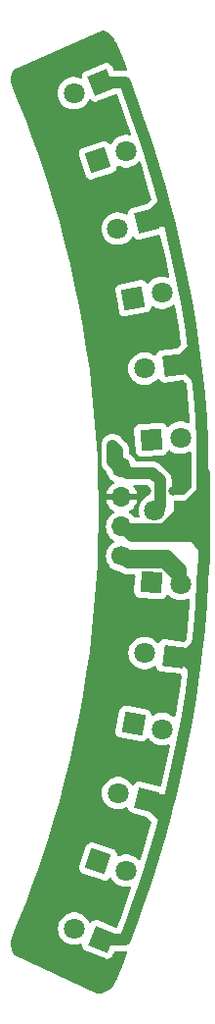
<source format=gbr>
%TF.GenerationSoftware,KiCad,Pcbnew,7.0.9*%
%TF.CreationDate,2024-06-22T15:47:22+09:00*%
%TF.ProjectId,Side_Line,53696465-5f4c-4696-9e65-2e6b69636164,rev?*%
%TF.SameCoordinates,Original*%
%TF.FileFunction,Copper,L1,Top*%
%TF.FilePolarity,Positive*%
%FSLAX46Y46*%
G04 Gerber Fmt 4.6, Leading zero omitted, Abs format (unit mm)*
G04 Created by KiCad (PCBNEW 7.0.9) date 2024-06-22 15:47:22*
%MOMM*%
%LPD*%
G01*
G04 APERTURE LIST*
G04 Aperture macros list*
%AMRotRect*
0 Rectangle, with rotation*
0 The origin of the aperture is its center*
0 $1 length*
0 $2 width*
0 $3 Rotation angle, in degrees counterclockwise*
0 Add horizontal line*
21,1,$1,$2,0,0,$3*%
G04 Aperture macros list end*
%TA.AperFunction,SMDPad,CuDef*%
%ADD10C,1.700000*%
%TD*%
%TA.AperFunction,SMDPad,CuDef*%
%ADD11O,1.700000X1.700000*%
%TD*%
%TA.AperFunction,ComponentPad*%
%ADD12RotRect,1.800000X1.800000X165.600000*%
%TD*%
%TA.AperFunction,ComponentPad*%
%ADD13C,1.800000*%
%TD*%
%TA.AperFunction,ComponentPad*%
%ADD14RotRect,1.800000X1.800000X172.800000*%
%TD*%
%TA.AperFunction,ComponentPad*%
%ADD15RotRect,1.800000X1.800000X10.800000*%
%TD*%
%TA.AperFunction,ComponentPad*%
%ADD16R,1.800000X1.800000*%
%TD*%
%TA.AperFunction,ComponentPad*%
%ADD17RotRect,1.800000X1.800000X201.600000*%
%TD*%
%TA.AperFunction,ComponentPad*%
%ADD18RotRect,1.800000X1.800000X3.600000*%
%TD*%
%TA.AperFunction,ComponentPad*%
%ADD19RotRect,1.800000X1.800000X194.400000*%
%TD*%
%TA.AperFunction,ComponentPad*%
%ADD20RotRect,1.800000X1.800000X342.000000*%
%TD*%
%TA.AperFunction,ComponentPad*%
%ADD21RotRect,1.800000X1.800000X158.400000*%
%TD*%
%TA.AperFunction,ComponentPad*%
%ADD22RotRect,1.800000X1.800000X356.400000*%
%TD*%
%TA.AperFunction,ComponentPad*%
%ADD23RotRect,1.800000X1.800000X187.200000*%
%TD*%
%TA.AperFunction,ComponentPad*%
%ADD24RotRect,1.800000X1.800000X18.000000*%
%TD*%
%TA.AperFunction,ComponentPad*%
%ADD25RotRect,1.800000X1.800000X349.200000*%
%TD*%
%TA.AperFunction,ViaPad*%
%ADD26C,0.800000*%
%TD*%
%TA.AperFunction,Conductor*%
%ADD27C,1.000000*%
%TD*%
G04 APERTURE END LIST*
D10*
%TO.P,J1,1,Pin_1*%
%TO.N,+5V*%
X247497600Y-105450800D03*
D11*
%TO.P,J1,2,Pin_2*%
%TO.N,+3.3V*%
X247497600Y-102910800D03*
%TO.P,J1,3,Pin_3*%
%TO.N,GND*%
X247497600Y-100370800D03*
%TO.P,J1,4,Pin_4*%
%TO.N,/signal*%
X247497600Y-97830800D03*
%TD*%
D12*
%TO.P,Q6,1,C*%
%TO.N,+3.3V*%
X249644629Y-126515729D03*
D13*
%TO.P,Q6,2,E*%
%TO.N,/signal*%
X247184428Y-125884057D03*
%TD*%
D14*
%TO.P,Q5,1,C*%
%TO.N,+3.3V*%
X252000595Y-114131277D03*
D13*
%TO.P,Q5,2,E*%
%TO.N,/signal*%
X249480624Y-113812931D03*
%TD*%
D15*
%TO.P,D2,1,K*%
%TO.N,Net-(D2-K)*%
X248493341Y-83217500D03*
D13*
%TO.P,D2,2,A*%
%TO.N,+5V*%
X250988351Y-82741551D03*
%TD*%
D16*
%TO.P,Q4,1,C*%
%TO.N,+3.3V*%
X252907800Y-101549200D03*
D13*
%TO.P,Q4,2,E*%
%TO.N,/signal*%
X250367800Y-101549200D03*
%TD*%
D17*
%TO.P,Q1,1,C*%
%TO.N,+3.3V*%
X245717656Y-64598290D03*
D13*
%TO.P,Q1,2,E*%
%TO.N,/signal*%
X243356024Y-65533326D03*
%TD*%
D18*
%TO.P,D3,1,K*%
%TO.N,Net-(D3-K)*%
X250049534Y-95405512D03*
D13*
%TO.P,D3,2,A*%
%TO.N,+5V*%
X252584522Y-95246024D03*
%TD*%
D19*
%TO.P,Q2,1,C*%
%TO.N,+3.3V*%
X249619362Y-76585863D03*
D13*
%TO.P,Q2,2,E*%
%TO.N,/signal*%
X247159161Y-77217535D03*
%TD*%
D20*
%TO.P,D6,1,K*%
%TO.N,Net-(D6-K)*%
X245463073Y-131784611D03*
D13*
%TO.P,D6,2,A*%
%TO.N,+5V*%
X247878757Y-132569514D03*
%TD*%
D21*
%TO.P,Q7,1,C*%
%TO.N,+3.3V*%
X245755057Y-138507245D03*
D13*
%TO.P,Q7,2,E*%
%TO.N,/signal*%
X243393425Y-137572209D03*
%TD*%
D22*
%TO.P,D4,1,K*%
%TO.N,Net-(D4-K)*%
X250055913Y-107693089D03*
D13*
%TO.P,D4,2,A*%
%TO.N,+5V*%
X252590901Y-107852577D03*
%TD*%
D23*
%TO.P,Q3,1,C*%
%TO.N,+3.3V*%
X251987861Y-88967924D03*
D13*
%TO.P,Q3,2,E*%
%TO.N,/signal*%
X249467890Y-89286270D03*
%TD*%
D24*
%TO.P,D1,1,K*%
%TO.N,Net-(D1-K)*%
X245431677Y-71318761D03*
D13*
%TO.P,D1,2,A*%
%TO.N,+5V*%
X247847361Y-70533858D03*
%TD*%
D25*
%TO.P,D5,1,K*%
%TO.N,Net-(D5-K)*%
X248522200Y-119884574D03*
D13*
%TO.P,D5,2,A*%
%TO.N,+5V*%
X251017210Y-120360523D03*
%TD*%
D26*
%TO.N,GND*%
X245364000Y-87630000D03*
X245999000Y-135128000D03*
X248158000Y-127889000D03*
X247269000Y-89281000D03*
X247523000Y-130683000D03*
X242443000Y-128016000D03*
X242697000Y-75057000D03*
X245745000Y-68072000D03*
X244983000Y-84963000D03*
X251714000Y-97028000D03*
X241554000Y-130683000D03*
X250698000Y-87376000D03*
X252984000Y-98425000D03*
X241935000Y-72263000D03*
X249174000Y-123190000D03*
X245618000Y-92202000D03*
X245999000Y-107188000D03*
X250952000Y-92329000D03*
X239903000Y-138938000D03*
X247269000Y-113792000D03*
X245110000Y-115570000D03*
X249682000Y-99822000D03*
X251968000Y-85852000D03*
X244729000Y-125730000D03*
X251924500Y-99822000D03*
X247396000Y-72390000D03*
X250317000Y-118491000D03*
X244729000Y-117983000D03*
X250317000Y-84582000D03*
X249174000Y-79883000D03*
X245618000Y-61722000D03*
X239649000Y-64389000D03*
X250317000Y-115570000D03*
X249174000Y-73533000D03*
X247650000Y-75311000D03*
X251841000Y-117221000D03*
X245364000Y-141224000D03*
X249174000Y-129540000D03*
X250825000Y-110871000D03*
%TO.N,/signal*%
X246723400Y-95910400D03*
%TD*%
D27*
%TO.N,+5V*%
X248085153Y-106038353D02*
X247497600Y-105450800D01*
X251187577Y-106038353D02*
X248085153Y-106038353D01*
X251461916Y-105450800D02*
X252590901Y-106579785D01*
X247497600Y-105450800D02*
X251461916Y-105450800D01*
X252590901Y-106579785D02*
X252590901Y-107852577D01*
X252590901Y-107441677D02*
X251187577Y-106038353D01*
X252590901Y-107852577D02*
X252590901Y-107441677D01*
%TO.N,+3.3V*%
X251357932Y-75675056D02*
X250827783Y-73729828D01*
X253092300Y-119650918D02*
X253428488Y-117662989D01*
X254619434Y-102362000D02*
X254619434Y-104698800D01*
X253517400Y-103149400D02*
X253951700Y-102715100D01*
X250827783Y-129470172D02*
X251168721Y-128219200D01*
X251081500Y-103253500D02*
X251185600Y-103149400D01*
X252907800Y-101549200D02*
X254518714Y-99938286D01*
X253983028Y-89530890D02*
X253725437Y-87531214D01*
X253420062Y-88967924D02*
X253983028Y-89530890D01*
X249619362Y-76585863D02*
X251381480Y-76585863D01*
X248327113Y-66064608D02*
X247774804Y-64617600D01*
X249072400Y-103760800D02*
X253681434Y-103760800D01*
X253428488Y-117662989D02*
X253725437Y-115668786D01*
X247803490Y-138507245D02*
X248327113Y-137135392D01*
X247736200Y-103149400D02*
X252323600Y-103149400D01*
X251681567Y-126238000D02*
X251849632Y-125569686D01*
X253041847Y-114131277D02*
X254041524Y-113131600D01*
X251357932Y-127524944D02*
X251477168Y-127050800D01*
X251656017Y-76860400D02*
X251357932Y-75675056D01*
X252000595Y-114131277D02*
X252758190Y-114131277D01*
X249644629Y-126515729D02*
X250942097Y-126515729D01*
X253681434Y-103760800D02*
X254619434Y-104698800D01*
X251081500Y-103253500D02*
X252785800Y-101549200D01*
X248327113Y-137135392D02*
X249008813Y-135237957D01*
X252941048Y-88967924D02*
X254041524Y-90068400D01*
X250259389Y-71795386D02*
X249652997Y-69872575D01*
X251477168Y-127050800D02*
X251681567Y-126238000D01*
X253725437Y-87531214D02*
X253428488Y-85537011D01*
X254619434Y-98297120D02*
X254619434Y-101041200D01*
X253428488Y-85537011D02*
X253092300Y-83549082D01*
X254518714Y-95554885D02*
X254379741Y-93543480D01*
X251987861Y-88967924D02*
X252288727Y-88967924D01*
X254379741Y-109656520D02*
X254518714Y-107645115D01*
X253725437Y-115668786D02*
X253790513Y-115163600D01*
X251403838Y-126515729D02*
X251681567Y-126238000D01*
X252907800Y-101549200D02*
X254111434Y-101549200D01*
X251210256Y-75133200D02*
X251357932Y-75675056D01*
X252906000Y-103760800D02*
X253517400Y-103149400D01*
X252716991Y-81568119D02*
X252302718Y-79594957D01*
X251987861Y-88967924D02*
X252941048Y-88967924D01*
X251987861Y-88967924D02*
X253420062Y-88967924D01*
X252302718Y-123605043D02*
X252716991Y-121631881D01*
X254379741Y-93543480D02*
X254201157Y-91535243D01*
X252785800Y-101549200D02*
X252907800Y-101549200D01*
X251849632Y-125569686D02*
X252302718Y-123605043D01*
X252907800Y-101671200D02*
X253596100Y-102359500D01*
X254201157Y-91535243D02*
X254041524Y-90068400D01*
X249644629Y-126515729D02*
X251403838Y-126515729D01*
X253983028Y-113669110D02*
X254041524Y-113131600D01*
X251975500Y-102359500D02*
X253596100Y-102359500D01*
X247774804Y-64617600D02*
X247755494Y-64598290D01*
X249072400Y-103760800D02*
X250574200Y-103760800D01*
X250574200Y-103760800D02*
X252906000Y-103760800D01*
X250530169Y-75675056D02*
X251357932Y-75675056D01*
X250574200Y-103760800D02*
X251975500Y-102359500D01*
X247497600Y-102910800D02*
X247736200Y-103149400D01*
X249008813Y-135237957D02*
X249652997Y-133327425D01*
X247653936Y-138507245D02*
X245755057Y-138507245D01*
X247497600Y-102910800D02*
X248347600Y-103760800D01*
X251072025Y-75133200D02*
X251210256Y-75133200D01*
X245755057Y-138507245D02*
X247803490Y-138507245D01*
X253806634Y-101549200D02*
X254619434Y-102362000D01*
X253790513Y-115163600D02*
X253983028Y-113669110D01*
X254518714Y-107645115D02*
X254618017Y-105631376D01*
X250574200Y-103760800D02*
X251081500Y-103253500D01*
X253092300Y-83549082D02*
X252716991Y-81568119D01*
X252323600Y-103149400D02*
X253517400Y-103149400D01*
X249644629Y-126515729D02*
X251168721Y-128039821D01*
X254518714Y-98196400D02*
X254619434Y-98297120D01*
X250942097Y-126515729D02*
X251477168Y-127050800D01*
X251185600Y-103149400D02*
X252323600Y-103149400D01*
X250827783Y-73729828D02*
X250259389Y-71795386D01*
X254518714Y-98196400D02*
X254518714Y-95554885D01*
X249008813Y-67962043D02*
X248327113Y-66064608D01*
X247755494Y-64598290D02*
X245717656Y-64598290D01*
X254041524Y-113131600D02*
X254201157Y-111664757D01*
X252302718Y-79594957D02*
X251849632Y-77630314D01*
X249619362Y-76585863D02*
X251072025Y-75133200D01*
X253596100Y-102359500D02*
X253951700Y-102715100D01*
X253951700Y-102715100D02*
X254618017Y-103381417D01*
X252288727Y-88967924D02*
X253725437Y-87531214D01*
X249652997Y-69872575D02*
X249008813Y-67962043D01*
X252907800Y-101549200D02*
X253806634Y-101549200D01*
X250259389Y-131404614D02*
X250827783Y-129470172D01*
X251381480Y-76585863D02*
X251656017Y-76860400D01*
X249619362Y-76585863D02*
X250530169Y-75675056D01*
X254619434Y-105583445D02*
X254618017Y-105631376D01*
X254201157Y-111664757D02*
X254379741Y-109656520D01*
X252758190Y-114131277D02*
X253790513Y-115163600D01*
X254518714Y-99938286D02*
X254518714Y-98196400D01*
X252000595Y-114131277D02*
X253041847Y-114131277D01*
X249652997Y-133327425D02*
X250259389Y-131404614D01*
X254618017Y-103381417D02*
X254618017Y-105631376D01*
X248347600Y-103760800D02*
X249072400Y-103760800D01*
X252716991Y-121631881D02*
X253092300Y-119650918D01*
X254111434Y-101549200D02*
X254619434Y-101041200D01*
X254041524Y-90068400D02*
X253983028Y-89530890D01*
X251849632Y-77630314D02*
X251656017Y-76860400D01*
X254619434Y-104698800D02*
X254619434Y-105583445D01*
X252907800Y-101549200D02*
X252907800Y-101671200D01*
X251168721Y-128219200D02*
X251357932Y-127524944D01*
X254619434Y-101041200D02*
X254619434Y-102362000D01*
X251168721Y-128039821D02*
X251168721Y-128219200D01*
%TO.N,/signal*%
X247233600Y-97830800D02*
X246723400Y-97320600D01*
X247497600Y-97830800D02*
X247233600Y-97830800D01*
X250190000Y-98298000D02*
X247964800Y-98298000D01*
X250367800Y-101549200D02*
X250825000Y-101092000D01*
X246723400Y-97320600D02*
X246723400Y-95910400D01*
X247497600Y-97830800D02*
X247142000Y-97475200D01*
X250825000Y-98933000D02*
X250190000Y-98298000D01*
X250825000Y-101092000D02*
X250825000Y-98933000D01*
X247142000Y-96329000D02*
X246723400Y-95910400D01*
X247142000Y-97475200D02*
X247142000Y-96329000D01*
X247964800Y-98298000D02*
X247497600Y-97830800D01*
%TD*%
%TA.AperFunction,Conductor*%
%TO.N,GND*%
G36*
X245940298Y-60120691D02*
G01*
X245966359Y-60130429D01*
X245969083Y-60131522D01*
X246083962Y-60180905D01*
X246088195Y-60182918D01*
X246192368Y-60237425D01*
X246195677Y-60239290D01*
X246302187Y-60303760D01*
X246305395Y-60305841D01*
X246401969Y-60372844D01*
X246405733Y-60375674D01*
X246502733Y-60454537D01*
X246505013Y-60456485D01*
X246591910Y-60534414D01*
X246595875Y-60538305D01*
X246683155Y-60632024D01*
X246759008Y-60719339D01*
X246762970Y-60724408D01*
X246839526Y-60833590D01*
X246900493Y-60924493D01*
X246904192Y-60930778D01*
X246978687Y-61076279D01*
X247013218Y-61144890D01*
X247015077Y-61148939D01*
X247755723Y-62928340D01*
X247774766Y-62974091D01*
X247864297Y-63201423D01*
X247953670Y-63428351D01*
X247959920Y-63497941D01*
X247927556Y-63559863D01*
X247866852Y-63594457D01*
X247838295Y-63597790D01*
X247795896Y-63597790D01*
X247791189Y-63597611D01*
X247785615Y-63597186D01*
X247730018Y-63592952D01*
X247710083Y-63595491D01*
X247695934Y-63597293D01*
X247688105Y-63597790D01*
X246912075Y-63597790D01*
X246845036Y-63578105D01*
X246799281Y-63525301D01*
X246796783Y-63519437D01*
X246670879Y-63201440D01*
X246670873Y-63201426D01*
X246670872Y-63201423D01*
X246642970Y-63148357D01*
X246546566Y-63041493D01*
X246546565Y-63041492D01*
X246423961Y-62966121D01*
X246423953Y-62966117D01*
X246285087Y-62928340D01*
X246285082Y-62928339D01*
X246141190Y-62931217D01*
X246083407Y-62947202D01*
X246083403Y-62947203D01*
X244320806Y-63645066D01*
X244320792Y-63645072D01*
X244267723Y-63672976D01*
X244267721Y-63672977D01*
X244160858Y-63769380D01*
X244085487Y-63891984D01*
X244085483Y-63891992D01*
X244047706Y-64030858D01*
X244047705Y-64030863D01*
X244049378Y-64114480D01*
X244031038Y-64181900D01*
X243979160Y-64228702D01*
X243910214Y-64240026D01*
X243885140Y-64234241D01*
X243701008Y-64171028D01*
X243529306Y-64142376D01*
X243472073Y-64132826D01*
X243239975Y-64132826D01*
X243194188Y-64140466D01*
X243011039Y-64171028D01*
X242791528Y-64246387D01*
X242791519Y-64246390D01*
X242587395Y-64356857D01*
X242587389Y-64356861D01*
X242404246Y-64499407D01*
X242404243Y-64499410D01*
X242247040Y-64670178D01*
X242120099Y-64864477D01*
X242026866Y-65077025D01*
X241969890Y-65302017D01*
X241969888Y-65302028D01*
X241950724Y-65533319D01*
X241950724Y-65533332D01*
X241969888Y-65764623D01*
X241969890Y-65764634D01*
X242026866Y-65989626D01*
X242120099Y-66202174D01*
X242247040Y-66396473D01*
X242247043Y-66396477D01*
X242247045Y-66396479D01*
X242404240Y-66567239D01*
X242404243Y-66567241D01*
X242404246Y-66567244D01*
X242587389Y-66709790D01*
X242587395Y-66709794D01*
X242587398Y-66709796D01*
X242791521Y-66820262D01*
X242844268Y-66838370D01*
X243011039Y-66895623D01*
X243011041Y-66895623D01*
X243011043Y-66895624D01*
X243239975Y-66933826D01*
X243239976Y-66933826D01*
X243472072Y-66933826D01*
X243472073Y-66933826D01*
X243701005Y-66895624D01*
X243920527Y-66820262D01*
X244124650Y-66709796D01*
X244307808Y-66567239D01*
X244465003Y-66396479D01*
X244591948Y-66202175D01*
X244625859Y-66124863D01*
X244670815Y-66071379D01*
X244737550Y-66050689D01*
X244804878Y-66069363D01*
X244831486Y-66091615D01*
X244888745Y-66155087D01*
X244986567Y-66215223D01*
X245011353Y-66230460D01*
X245011355Y-66230460D01*
X245011358Y-66230462D01*
X245150224Y-66268239D01*
X245150228Y-66268240D01*
X245150228Y-66268239D01*
X245150229Y-66268240D01*
X245294121Y-66265362D01*
X245351904Y-66249377D01*
X246950748Y-65616348D01*
X247020325Y-65609972D01*
X247082305Y-65642224D01*
X247112242Y-65687423D01*
X247388868Y-66412162D01*
X248063900Y-68291038D01*
X248304758Y-69005378D01*
X248307524Y-69075193D01*
X248272107Y-69135420D01*
X248209750Y-69166939D01*
X248166848Y-69167305D01*
X247963410Y-69133358D01*
X247731312Y-69133358D01*
X247685525Y-69140998D01*
X247502376Y-69171560D01*
X247282865Y-69246919D01*
X247282856Y-69246922D01*
X247078732Y-69357389D01*
X247078726Y-69357393D01*
X246895583Y-69499939D01*
X246895580Y-69499942D01*
X246895577Y-69499944D01*
X246895577Y-69499945D01*
X246874108Y-69523267D01*
X246738377Y-69670710D01*
X246608632Y-69869302D01*
X246606970Y-69868216D01*
X246563716Y-69911746D01*
X246495491Y-69926815D01*
X246429949Y-69902606D01*
X246406839Y-69880217D01*
X246356702Y-69817083D01*
X246239072Y-69734161D01*
X246239066Y-69734158D01*
X246102849Y-69687736D01*
X246102844Y-69687735D01*
X246102843Y-69687735D01*
X245994999Y-69683112D01*
X245959053Y-69681572D01*
X245959052Y-69681572D01*
X245900379Y-69693897D01*
X245900378Y-69693897D01*
X244097423Y-70279714D01*
X244097418Y-70279716D01*
X244042705Y-70304231D01*
X243929998Y-70393736D01*
X243847077Y-70511365D01*
X243847074Y-70511371D01*
X243800652Y-70647588D01*
X243800651Y-70647597D01*
X243794488Y-70791384D01*
X243806813Y-70850058D01*
X243806813Y-70850059D01*
X244392630Y-72653014D01*
X244392632Y-72653019D01*
X244417147Y-72707732D01*
X244506652Y-72820439D01*
X244624281Y-72903360D01*
X244624287Y-72903363D01*
X244760504Y-72949785D01*
X244760505Y-72949785D01*
X244760511Y-72949787D01*
X244904302Y-72955950D01*
X244962975Y-72943625D01*
X246765935Y-72357806D01*
X246820648Y-72333291D01*
X246933354Y-72243787D01*
X247016277Y-72126155D01*
X247029646Y-72086928D01*
X247062701Y-71989933D01*
X247062701Y-71989932D01*
X247062703Y-71989927D01*
X247066286Y-71906317D01*
X247088823Y-71840183D01*
X247143537Y-71796731D01*
X247213058Y-71789758D01*
X247249189Y-71802573D01*
X247282858Y-71820794D01*
X247356677Y-71846136D01*
X247502376Y-71896155D01*
X247502378Y-71896155D01*
X247502380Y-71896156D01*
X247731312Y-71934358D01*
X247731313Y-71934358D01*
X247963409Y-71934358D01*
X247963410Y-71934358D01*
X248192342Y-71896156D01*
X248411864Y-71820794D01*
X248615987Y-71710328D01*
X248799145Y-71567771D01*
X248906865Y-71450755D01*
X248966751Y-71414765D01*
X249036589Y-71416865D01*
X249094205Y-71456388D01*
X249116353Y-71497443D01*
X249302257Y-72086928D01*
X249865078Y-74002403D01*
X250043800Y-74658171D01*
X250042436Y-74728028D01*
X250011846Y-74778458D01*
X249894651Y-74895654D01*
X249851285Y-74939019D01*
X249847830Y-74942220D01*
X249801275Y-74982188D01*
X249801274Y-74982189D01*
X249780245Y-75009356D01*
X249775053Y-75015250D01*
X249685065Y-75105238D01*
X249628222Y-75137661D01*
X248352977Y-75465089D01*
X248296837Y-75486120D01*
X248296835Y-75486121D01*
X248178732Y-75568369D01*
X248178726Y-75568375D01*
X248088587Y-75680559D01*
X248088583Y-75680566D01*
X248033698Y-75813606D01*
X248033697Y-75813610D01*
X248024657Y-75898843D01*
X247998011Y-75963432D01*
X247940676Y-76003362D01*
X247870854Y-76005956D01*
X247842334Y-75994820D01*
X247723664Y-75930599D01*
X247723656Y-75930596D01*
X247504145Y-75855237D01*
X247332443Y-75826585D01*
X247275210Y-75817035D01*
X247043112Y-75817035D01*
X246997325Y-75824675D01*
X246814176Y-75855237D01*
X246594665Y-75930596D01*
X246594656Y-75930599D01*
X246390532Y-76041066D01*
X246390526Y-76041070D01*
X246207383Y-76183616D01*
X246207380Y-76183619D01*
X246050177Y-76354387D01*
X245923236Y-76548686D01*
X245830003Y-76761234D01*
X245773027Y-76986226D01*
X245773025Y-76986237D01*
X245753861Y-77217528D01*
X245753861Y-77217541D01*
X245773025Y-77448832D01*
X245773027Y-77448843D01*
X245830003Y-77673835D01*
X245923236Y-77886383D01*
X246050177Y-78080682D01*
X246050180Y-78080686D01*
X246050182Y-78080688D01*
X246207377Y-78251448D01*
X246207380Y-78251450D01*
X246207383Y-78251453D01*
X246390526Y-78393999D01*
X246390532Y-78394003D01*
X246390535Y-78394005D01*
X246594658Y-78504471D01*
X246708648Y-78543603D01*
X246814176Y-78579832D01*
X246814178Y-78579832D01*
X246814180Y-78579833D01*
X247043112Y-78618035D01*
X247043113Y-78618035D01*
X247275209Y-78618035D01*
X247275210Y-78618035D01*
X247504142Y-78579833D01*
X247723664Y-78504471D01*
X247927787Y-78394005D01*
X248110945Y-78251448D01*
X248268140Y-78080688D01*
X248347420Y-77959339D01*
X248400565Y-77913984D01*
X248469796Y-77904560D01*
X248533132Y-77934061D01*
X248552981Y-77956293D01*
X248601870Y-78026494D01*
X248601871Y-78026495D01*
X248601874Y-78026498D01*
X248714058Y-78116637D01*
X248714065Y-78116641D01*
X248847105Y-78171526D01*
X248847106Y-78171526D01*
X248847108Y-78171527D01*
X248990227Y-78186707D01*
X249049558Y-78178090D01*
X250719418Y-77749342D01*
X250789247Y-77751736D01*
X250846696Y-77791502D01*
X250870511Y-77839203D01*
X250876930Y-77864724D01*
X251325587Y-79810160D01*
X251635156Y-81284626D01*
X251629666Y-81354280D01*
X251587391Y-81409908D01*
X251521751Y-81433850D01*
X251473539Y-81427386D01*
X251333335Y-81379253D01*
X251161633Y-81350601D01*
X251104400Y-81341051D01*
X250872302Y-81341051D01*
X250826515Y-81348691D01*
X250643366Y-81379253D01*
X250423855Y-81454612D01*
X250423846Y-81454615D01*
X250219722Y-81565082D01*
X250219716Y-81565086D01*
X250036573Y-81707632D01*
X250036570Y-81707635D01*
X250036567Y-81707637D01*
X250036567Y-81707638D01*
X249879372Y-81878398D01*
X249879370Y-81878400D01*
X249879368Y-81878403D01*
X249852790Y-81919083D01*
X249799642Y-81964439D01*
X249730411Y-81973861D01*
X249667076Y-81944359D01*
X249642977Y-81915595D01*
X249599283Y-81843601D01*
X249492972Y-81746588D01*
X249492967Y-81746584D01*
X249363638Y-81683456D01*
X249363636Y-81683455D01*
X249363633Y-81683454D01*
X249363632Y-81683454D01*
X249221754Y-81659319D01*
X249221752Y-81659319D01*
X249212006Y-81660113D01*
X249161999Y-81664192D01*
X248061141Y-81874192D01*
X247299831Y-82019421D01*
X247299828Y-82019422D01*
X247242477Y-82036886D01*
X247242469Y-82036889D01*
X247119444Y-82111555D01*
X247119442Y-82111557D01*
X247022429Y-82217868D01*
X247022425Y-82217873D01*
X246959297Y-82347202D01*
X246959295Y-82347208D01*
X246935160Y-82489084D01*
X246935160Y-82489088D01*
X246940033Y-82548841D01*
X247085262Y-83310154D01*
X247295262Y-84411010D01*
X247312727Y-84468363D01*
X247312730Y-84468371D01*
X247387396Y-84591396D01*
X247387398Y-84591398D01*
X247493709Y-84688411D01*
X247493714Y-84688415D01*
X247579286Y-84730184D01*
X247623046Y-84751545D01*
X247764930Y-84775681D01*
X247824685Y-84770807D01*
X249686851Y-84415579D01*
X249744205Y-84398114D01*
X249867240Y-84323442D01*
X249964253Y-84217131D01*
X249964254Y-84217127D01*
X249964256Y-84217126D01*
X250000902Y-84142051D01*
X250027386Y-84087795D01*
X250041017Y-84007663D01*
X250071665Y-83944875D01*
X250131394Y-83908623D01*
X250201241Y-83910418D01*
X250222279Y-83919403D01*
X250385370Y-84007664D01*
X250423848Y-84028487D01*
X250537838Y-84067619D01*
X250643366Y-84103848D01*
X250643368Y-84103848D01*
X250643370Y-84103849D01*
X250872302Y-84142051D01*
X250872303Y-84142051D01*
X251104399Y-84142051D01*
X251104400Y-84142051D01*
X251333332Y-84103849D01*
X251552854Y-84028487D01*
X251756977Y-83918021D01*
X251931624Y-83782088D01*
X251996616Y-83756446D01*
X252065156Y-83770012D01*
X252115481Y-83818481D01*
X252130049Y-83859265D01*
X252440351Y-85694124D01*
X252652423Y-87118329D01*
X252642827Y-87187537D01*
X252617456Y-87224273D01*
X252358485Y-87483244D01*
X252297162Y-87516729D01*
X252286345Y-87518585D01*
X250871946Y-87697266D01*
X250871937Y-87697267D01*
X250871934Y-87697268D01*
X250871930Y-87697268D01*
X250871924Y-87697270D01*
X250813599Y-87711096D01*
X250813595Y-87711097D01*
X250743428Y-87747864D01*
X250686115Y-87777896D01*
X250686114Y-87777896D01*
X250686112Y-87777898D01*
X250582623Y-87877900D01*
X250582616Y-87877909D01*
X250511489Y-88003021D01*
X250491951Y-88085968D01*
X250457420Y-88146709D01*
X250395532Y-88179138D01*
X250325936Y-88172960D01*
X250295093Y-88155392D01*
X250269319Y-88135332D01*
X250236518Y-88109801D01*
X250032394Y-87999334D01*
X250032385Y-87999331D01*
X249812874Y-87923972D01*
X249641172Y-87895320D01*
X249583939Y-87885770D01*
X249351841Y-87885770D01*
X249306054Y-87893410D01*
X249122905Y-87923972D01*
X248903394Y-87999331D01*
X248903385Y-87999334D01*
X248699261Y-88109801D01*
X248699255Y-88109805D01*
X248516112Y-88252351D01*
X248516109Y-88252354D01*
X248358906Y-88423122D01*
X248231965Y-88617421D01*
X248138732Y-88829969D01*
X248081756Y-89054961D01*
X248081754Y-89054972D01*
X248062590Y-89286263D01*
X248062590Y-89286276D01*
X248081754Y-89517567D01*
X248081756Y-89517578D01*
X248138732Y-89742570D01*
X248231965Y-89955118D01*
X248358906Y-90149417D01*
X248358909Y-90149421D01*
X248358911Y-90149423D01*
X248516106Y-90320183D01*
X248516109Y-90320185D01*
X248516112Y-90320188D01*
X248699255Y-90462734D01*
X248699261Y-90462738D01*
X248699264Y-90462740D01*
X248903387Y-90573206D01*
X249017377Y-90612338D01*
X249122905Y-90648567D01*
X249122907Y-90648567D01*
X249122909Y-90648568D01*
X249351841Y-90686770D01*
X249351842Y-90686770D01*
X249583938Y-90686770D01*
X249583939Y-90686770D01*
X249812871Y-90648568D01*
X250032393Y-90573206D01*
X250236516Y-90462740D01*
X250419674Y-90320183D01*
X250558224Y-90169676D01*
X250618109Y-90133688D01*
X250687947Y-90135788D01*
X250745563Y-90175312D01*
X250759287Y-90196108D01*
X250797834Y-90269672D01*
X250897837Y-90373161D01*
X250897846Y-90373168D01*
X251022958Y-90444295D01*
X251022959Y-90444296D01*
X251042293Y-90448850D01*
X251163048Y-90477293D01*
X251222991Y-90476181D01*
X252770951Y-90280626D01*
X252839926Y-90291753D01*
X252874171Y-90315967D01*
X253054133Y-90495930D01*
X253087618Y-90557253D01*
X253089724Y-90570195D01*
X253205465Y-91633712D01*
X253382301Y-93622294D01*
X253399997Y-93878420D01*
X253384980Y-93946657D01*
X253335456Y-93995943D01*
X253267147Y-94010629D01*
X253217275Y-93996022D01*
X253149031Y-93959091D01*
X253149028Y-93959090D01*
X253149025Y-93959088D01*
X253149019Y-93959086D01*
X253149017Y-93959085D01*
X252929506Y-93883726D01*
X252757804Y-93855074D01*
X252700571Y-93845524D01*
X252468473Y-93845524D01*
X252422686Y-93853164D01*
X252239537Y-93883726D01*
X252020026Y-93959085D01*
X252020017Y-93959088D01*
X251815893Y-94069555D01*
X251815887Y-94069559D01*
X251632744Y-94212105D01*
X251632734Y-94212114D01*
X251558394Y-94292869D01*
X251498507Y-94328860D01*
X251428669Y-94326759D01*
X251371053Y-94287235D01*
X251353933Y-94259428D01*
X251318953Y-94181060D01*
X251318951Y-94181058D01*
X251318951Y-94181057D01*
X251225637Y-94071486D01*
X251225635Y-94071485D01*
X251225636Y-94071485D01*
X251105237Y-93992641D01*
X250967496Y-93950912D01*
X250967488Y-93950911D01*
X250907606Y-93948258D01*
X250907582Y-93948258D01*
X249015595Y-94067293D01*
X249015590Y-94067294D01*
X248956509Y-94077429D01*
X248956503Y-94077431D01*
X248825081Y-94136093D01*
X248715507Y-94229409D01*
X248636663Y-94349808D01*
X248594934Y-94487549D01*
X248594933Y-94487557D01*
X248592280Y-94547439D01*
X248592280Y-94547463D01*
X248711315Y-96439450D01*
X248711316Y-96439455D01*
X248721451Y-96498536D01*
X248721453Y-96498542D01*
X248780115Y-96629964D01*
X248780116Y-96629965D01*
X248780117Y-96629967D01*
X248873431Y-96739538D01*
X248993830Y-96818382D01*
X248993833Y-96818383D01*
X248993835Y-96818384D01*
X249089720Y-96847432D01*
X249131571Y-96860111D01*
X249131572Y-96860111D01*
X249131575Y-96860112D01*
X249191470Y-96862766D01*
X251083474Y-96743730D01*
X251107908Y-96739538D01*
X251142558Y-96733594D01*
X251142562Y-96733592D01*
X251142565Y-96733592D01*
X251273989Y-96674929D01*
X251383560Y-96581615D01*
X251462406Y-96461211D01*
X251486994Y-96380046D01*
X251525269Y-96321596D01*
X251589070Y-96293116D01*
X251658141Y-96303650D01*
X251681829Y-96318146D01*
X251815896Y-96422494D01*
X252020019Y-96532960D01*
X252125454Y-96569156D01*
X252239537Y-96608321D01*
X252239539Y-96608321D01*
X252239541Y-96608322D01*
X252468473Y-96646524D01*
X252468474Y-96646524D01*
X252700570Y-96646524D01*
X252700571Y-96646524D01*
X252929503Y-96608322D01*
X253149025Y-96532960D01*
X253149032Y-96532956D01*
X253149035Y-96532955D01*
X253335196Y-96432209D01*
X253403524Y-96417613D01*
X253468897Y-96442276D01*
X253510558Y-96498366D01*
X253518214Y-96541263D01*
X253518214Y-98183684D01*
X253515956Y-98272759D01*
X253515956Y-98272761D01*
X253516269Y-98274505D01*
X253518214Y-98296379D01*
X253518214Y-99472503D01*
X253498529Y-99539542D01*
X253481895Y-99560184D01*
X252929697Y-100112381D01*
X252868374Y-100145866D01*
X252842016Y-100148700D01*
X251959929Y-100148700D01*
X251956605Y-100148879D01*
X251956519Y-100147281D01*
X251893955Y-100135971D01*
X251842835Y-100088342D01*
X251825500Y-100025107D01*
X251825500Y-98945715D01*
X251827757Y-98856641D01*
X251827756Y-98856640D01*
X251827757Y-98856637D01*
X251816933Y-98796253D01*
X251816280Y-98791587D01*
X251813034Y-98759674D01*
X251810074Y-98730562D01*
X251799788Y-98697780D01*
X251797918Y-98690166D01*
X251791858Y-98656348D01*
X251769092Y-98599352D01*
X251767527Y-98594955D01*
X251749159Y-98536412D01*
X251732491Y-98506382D01*
X251729120Y-98499284D01*
X251716378Y-98467384D01*
X251716377Y-98467381D01*
X251708471Y-98455386D01*
X251682605Y-98416139D01*
X251680183Y-98412142D01*
X251650409Y-98358498D01*
X251628034Y-98332434D01*
X251623306Y-98326163D01*
X251604404Y-98297484D01*
X251604399Y-98297478D01*
X251579679Y-98272759D01*
X251561019Y-98254099D01*
X251557828Y-98250655D01*
X251517865Y-98204104D01*
X251490694Y-98183072D01*
X251484807Y-98177887D01*
X250906452Y-97599532D01*
X250845059Y-97534947D01*
X250817204Y-97515559D01*
X250794709Y-97499902D01*
X250790946Y-97497064D01*
X250743413Y-97458305D01*
X250743406Y-97458300D01*
X250712959Y-97442397D01*
X250706251Y-97438334D01*
X250678049Y-97418705D01*
X250678046Y-97418703D01*
X250678045Y-97418703D01*
X250678041Y-97418701D01*
X250621680Y-97394514D01*
X250617424Y-97392493D01*
X250563057Y-97364094D01*
X250563050Y-97364091D01*
X250563049Y-97364091D01*
X250557008Y-97362362D01*
X250530030Y-97354642D01*
X250522630Y-97352008D01*
X250491057Y-97338459D01*
X250491058Y-97338459D01*
X250430966Y-97326109D01*
X250426391Y-97324986D01*
X250367420Y-97308113D01*
X250367425Y-97308113D01*
X250333158Y-97305503D01*
X250325380Y-97304412D01*
X250291742Y-97297500D01*
X250291741Y-97297500D01*
X250230402Y-97297500D01*
X250225695Y-97297321D01*
X250220121Y-97296896D01*
X250164524Y-97292662D01*
X250144589Y-97295201D01*
X250130440Y-97297003D01*
X250122611Y-97297500D01*
X248818027Y-97297500D01*
X248750988Y-97277815D01*
X248705645Y-97225905D01*
X248671635Y-97152972D01*
X248671634Y-97152970D01*
X248536094Y-96959397D01*
X248369002Y-96792306D01*
X248369001Y-96792305D01*
X248253525Y-96711448D01*
X248195376Y-96670731D01*
X248151751Y-96616154D01*
X248142500Y-96569156D01*
X248142500Y-96341715D01*
X248144757Y-96252641D01*
X248144756Y-96252640D01*
X248144757Y-96252637D01*
X248133933Y-96192249D01*
X248133280Y-96187587D01*
X248127074Y-96126563D01*
X248127074Y-96126562D01*
X248116784Y-96093768D01*
X248114917Y-96086155D01*
X248108858Y-96052348D01*
X248092094Y-96010379D01*
X248086095Y-95995361D01*
X248084527Y-95990955D01*
X248075367Y-95961760D01*
X248066161Y-95932416D01*
X248066160Y-95932414D01*
X248049492Y-95902385D01*
X248046124Y-95895295D01*
X248033378Y-95863383D01*
X247999612Y-95812150D01*
X247997183Y-95808142D01*
X247967409Y-95754498D01*
X247945034Y-95728434D01*
X247940306Y-95722163D01*
X247921404Y-95693484D01*
X247921399Y-95693478D01*
X247899715Y-95671795D01*
X247878019Y-95650099D01*
X247874828Y-95646655D01*
X247834865Y-95600104D01*
X247807694Y-95579072D01*
X247801807Y-95573887D01*
X247459418Y-95231498D01*
X247456228Y-95228055D01*
X247416264Y-95181503D01*
X247345826Y-95126980D01*
X247276805Y-95070700D01*
X247275238Y-95069882D01*
X247256756Y-95058034D01*
X247255360Y-95056953D01*
X247255352Y-95056948D01*
X247175379Y-95017720D01*
X247096451Y-94976492D01*
X247096450Y-94976491D01*
X247096449Y-94976491D01*
X247094747Y-94976004D01*
X247074251Y-94968115D01*
X247072676Y-94967342D01*
X247072668Y-94967339D01*
X246986454Y-94945017D01*
X246900818Y-94920513D01*
X246900815Y-94920512D01*
X246900813Y-94920512D01*
X246899042Y-94920377D01*
X246877392Y-94916779D01*
X246875686Y-94916337D01*
X246786745Y-94911826D01*
X246697924Y-94905063D01*
X246697923Y-94905063D01*
X246697922Y-94905063D01*
X246696154Y-94905288D01*
X246674244Y-94906121D01*
X246672468Y-94906031D01*
X246672459Y-94906031D01*
X246584442Y-94919515D01*
X246496080Y-94930768D01*
X246496061Y-94930772D01*
X246494378Y-94931348D01*
X246473085Y-94936574D01*
X246471340Y-94936841D01*
X246471330Y-94936843D01*
X246471329Y-94936844D01*
X246471327Y-94936844D01*
X246471326Y-94936845D01*
X246387827Y-94967769D01*
X246303527Y-94996584D01*
X246303524Y-94996585D01*
X246301996Y-94997485D01*
X246282181Y-95006895D01*
X246280521Y-95007509D01*
X246280515Y-95007512D01*
X246239140Y-95033301D01*
X246204911Y-95054636D01*
X246171564Y-95074266D01*
X246128170Y-95099811D01*
X246128169Y-95099812D01*
X246126863Y-95100993D01*
X246109338Y-95114207D01*
X246107831Y-95115145D01*
X246073205Y-95148059D01*
X246043252Y-95176533D01*
X245982399Y-95231512D01*
X245977186Y-95236222D01*
X245977174Y-95236235D01*
X245976130Y-95237658D01*
X245961641Y-95254110D01*
X245960347Y-95255339D01*
X245926419Y-95304085D01*
X245909455Y-95328458D01*
X245887918Y-95357787D01*
X245856747Y-95400237D01*
X245856008Y-95401847D01*
X245845122Y-95420888D01*
X245844109Y-95422343D01*
X245844102Y-95422355D01*
X245808972Y-95504218D01*
X245771794Y-95585133D01*
X245771395Y-95586855D01*
X245764562Y-95607705D01*
X245763861Y-95609338D01*
X245745934Y-95696568D01*
X245725797Y-95783340D01*
X245725796Y-95783346D01*
X245725751Y-95785144D01*
X245723258Y-95806915D01*
X245722900Y-95808655D01*
X245722900Y-95897684D01*
X245720642Y-95986759D01*
X245720642Y-95986761D01*
X245720955Y-95988505D01*
X245722900Y-96010379D01*
X245722900Y-97307883D01*
X245720643Y-97396962D01*
X245720643Y-97396970D01*
X245731464Y-97457339D01*
X245732118Y-97462004D01*
X245738325Y-97523030D01*
X245738327Y-97523044D01*
X245748608Y-97555813D01*
X245750479Y-97563437D01*
X245756542Y-97597252D01*
X245756542Y-97597255D01*
X245779294Y-97654212D01*
X245780874Y-97658651D01*
X245799241Y-97717188D01*
X245799244Y-97717195D01*
X245815909Y-97747219D01*
X245819279Y-97754314D01*
X245832022Y-97786214D01*
X245832027Y-97786224D01*
X245865777Y-97837433D01*
X245868218Y-97841463D01*
X245897988Y-97895098D01*
X245897989Y-97895099D01*
X245897991Y-97895102D01*
X245920368Y-97921167D01*
X245925093Y-97927435D01*
X245937663Y-97946506D01*
X245943998Y-97956119D01*
X245987378Y-97999499D01*
X245990569Y-98002943D01*
X246030531Y-98049492D01*
X246030534Y-98049495D01*
X246041722Y-98058155D01*
X246057694Y-98070518D01*
X246063590Y-98075711D01*
X246178736Y-98190857D01*
X246210829Y-98246442D01*
X246223697Y-98294463D01*
X246323565Y-98508630D01*
X246323567Y-98508634D01*
X246387105Y-98599375D01*
X246456009Y-98697780D01*
X246459101Y-98702195D01*
X246459106Y-98702202D01*
X246626197Y-98869293D01*
X246626203Y-98869298D01*
X246812194Y-98999530D01*
X246855819Y-99054107D01*
X246863013Y-99123605D01*
X246831490Y-99185960D01*
X246812195Y-99202680D01*
X246626522Y-99332690D01*
X246626520Y-99332691D01*
X246459491Y-99499720D01*
X246459486Y-99499726D01*
X246324000Y-99693220D01*
X246323999Y-99693222D01*
X246224170Y-99907307D01*
X246224167Y-99907313D01*
X246166964Y-100120799D01*
X246166964Y-100120800D01*
X248828236Y-100120800D01*
X248828235Y-100120799D01*
X248771032Y-99907313D01*
X248771029Y-99907307D01*
X248671200Y-99693222D01*
X248671199Y-99693220D01*
X248532605Y-99495287D01*
X248534257Y-99494129D01*
X248509780Y-99438186D01*
X248520826Y-99369195D01*
X248567418Y-99317128D01*
X248632784Y-99298500D01*
X249700500Y-99298500D01*
X249767539Y-99318185D01*
X249813294Y-99370989D01*
X249824500Y-99422500D01*
X249824500Y-100176901D01*
X249804815Y-100243940D01*
X249759518Y-100285956D01*
X249599171Y-100372731D01*
X249599165Y-100372735D01*
X249416022Y-100515281D01*
X249416019Y-100515284D01*
X249258816Y-100686052D01*
X249131875Y-100880351D01*
X249038642Y-101092899D01*
X248981666Y-101317891D01*
X248981664Y-101317902D01*
X248962500Y-101549193D01*
X248962500Y-101549206D01*
X248981664Y-101780497D01*
X248981666Y-101780508D01*
X249035847Y-101994460D01*
X249033222Y-102064280D01*
X248993266Y-102121597D01*
X248928665Y-102148214D01*
X248915641Y-102148900D01*
X248677319Y-102148900D01*
X248610280Y-102129215D01*
X248575744Y-102096024D01*
X248536095Y-102039399D01*
X248536093Y-102039397D01*
X248536091Y-102039394D01*
X248369002Y-101872306D01*
X248369001Y-101872305D01*
X248183005Y-101742069D01*
X248139381Y-101687492D01*
X248132188Y-101617993D01*
X248163710Y-101555639D01*
X248183005Y-101538919D01*
X248368682Y-101408905D01*
X248535705Y-101241882D01*
X248671200Y-101048378D01*
X248771029Y-100834292D01*
X248771032Y-100834286D01*
X248828236Y-100620800D01*
X246166964Y-100620800D01*
X246224167Y-100834286D01*
X246224170Y-100834292D01*
X246323999Y-101048378D01*
X246459494Y-101241882D01*
X246626517Y-101408905D01*
X246812195Y-101538919D01*
X246855819Y-101593496D01*
X246863012Y-101662995D01*
X246831490Y-101725349D01*
X246812195Y-101742069D01*
X246626194Y-101872308D01*
X246459105Y-102039397D01*
X246323565Y-102232969D01*
X246323564Y-102232971D01*
X246223698Y-102447135D01*
X246223694Y-102447144D01*
X246162538Y-102675386D01*
X246162536Y-102675396D01*
X246141941Y-102910799D01*
X246141941Y-102910800D01*
X246162536Y-103146203D01*
X246162538Y-103146213D01*
X246223694Y-103374455D01*
X246223696Y-103374459D01*
X246223697Y-103374463D01*
X246270511Y-103474855D01*
X246323565Y-103588630D01*
X246323567Y-103588634D01*
X246459101Y-103782195D01*
X246459106Y-103782202D01*
X246626197Y-103949293D01*
X246626203Y-103949298D01*
X246811758Y-104079225D01*
X246855383Y-104133802D01*
X246862577Y-104203300D01*
X246831054Y-104265655D01*
X246811758Y-104282375D01*
X246626197Y-104412305D01*
X246459105Y-104579397D01*
X246323565Y-104772969D01*
X246323564Y-104772971D01*
X246223698Y-104987135D01*
X246223694Y-104987144D01*
X246162538Y-105215386D01*
X246162536Y-105215396D01*
X246141941Y-105450799D01*
X246141941Y-105450800D01*
X246162536Y-105686203D01*
X246162538Y-105686213D01*
X246223694Y-105914455D01*
X246223696Y-105914459D01*
X246223697Y-105914463D01*
X246266047Y-106005283D01*
X246323565Y-106128630D01*
X246323567Y-106128634D01*
X246431881Y-106283321D01*
X246459105Y-106322201D01*
X246626199Y-106489295D01*
X246722984Y-106557065D01*
X246819765Y-106624832D01*
X246819767Y-106624833D01*
X246819770Y-106624835D01*
X247033937Y-106724703D01*
X247262192Y-106785863D01*
X247395778Y-106797550D01*
X247455806Y-106819302D01*
X247480458Y-106836460D01*
X247484200Y-106839282D01*
X247531745Y-106878050D01*
X247531749Y-106878052D01*
X247531750Y-106878053D01*
X247562192Y-106893954D01*
X247568906Y-106898021D01*
X247597100Y-106917645D01*
X247597106Y-106917649D01*
X247653484Y-106941843D01*
X247657722Y-106943855D01*
X247712104Y-106972262D01*
X247745126Y-106981709D01*
X247752518Y-106984342D01*
X247784093Y-106997892D01*
X247784094Y-106997893D01*
X247797207Y-107000587D01*
X247844208Y-107010245D01*
X247848748Y-107011359D01*
X247907735Y-107028239D01*
X247941994Y-107030847D01*
X247949762Y-107031938D01*
X247983408Y-107038853D01*
X247983412Y-107038853D01*
X248044754Y-107038853D01*
X248049461Y-107039031D01*
X248085804Y-107041799D01*
X248110628Y-107043690D01*
X248110628Y-107043689D01*
X248110629Y-107043690D01*
X248144712Y-107039349D01*
X248152542Y-107038853D01*
X248561759Y-107038853D01*
X248628798Y-107058538D01*
X248674553Y-107111342D01*
X248685513Y-107170638D01*
X248671937Y-107386426D01*
X248598660Y-108551136D01*
X248598660Y-108551143D01*
X248601313Y-108611050D01*
X248643042Y-108748792D01*
X248721886Y-108869191D01*
X248721887Y-108869192D01*
X248831458Y-108962506D01*
X248962882Y-109021169D01*
X249021972Y-109031308D01*
X249021975Y-109031308D01*
X249021980Y-109031309D01*
X250547781Y-109127303D01*
X250913977Y-109150342D01*
X250973872Y-109147689D01*
X251111612Y-109105961D01*
X251111614Y-109105959D01*
X251111616Y-109105959D01*
X251225611Y-109031309D01*
X251232016Y-109027115D01*
X251325330Y-108917544D01*
X251360312Y-108839170D01*
X251405612Y-108785978D01*
X251472480Y-108765719D01*
X251539686Y-108784827D01*
X251564771Y-108805728D01*
X251639117Y-108886490D01*
X251639120Y-108886492D01*
X251639123Y-108886495D01*
X251822266Y-109029041D01*
X251822272Y-109029045D01*
X251822275Y-109029047D01*
X252026398Y-109139513D01*
X252110491Y-109168382D01*
X252245916Y-109214874D01*
X252245918Y-109214874D01*
X252245920Y-109214875D01*
X252474852Y-109253077D01*
X252474853Y-109253077D01*
X252706949Y-109253077D01*
X252706950Y-109253077D01*
X252935882Y-109214875D01*
X253155404Y-109139513D01*
X253224305Y-109102225D01*
X253292632Y-109087630D01*
X253358004Y-109112292D01*
X253399665Y-109168382D01*
X253407027Y-109219827D01*
X253382301Y-109577699D01*
X253205461Y-111566325D01*
X253089725Y-112629802D01*
X253062903Y-112694319D01*
X253054134Y-112704068D01*
X252965094Y-112793108D01*
X252903771Y-112826593D01*
X252861872Y-112828449D01*
X251235728Y-112623021D01*
X251175783Y-112621908D01*
X251175782Y-112621908D01*
X251153352Y-112627191D01*
X251035693Y-112654904D01*
X251035692Y-112654905D01*
X250910580Y-112726032D01*
X250910571Y-112726039D01*
X250810568Y-112829528D01*
X250772021Y-112903093D01*
X250723469Y-112953338D01*
X250655461Y-112969357D01*
X250589587Y-112946066D01*
X250570961Y-112929528D01*
X250432408Y-112779018D01*
X250432403Y-112779014D01*
X250432401Y-112779012D01*
X250249258Y-112636466D01*
X250249252Y-112636462D01*
X250045128Y-112525995D01*
X250045119Y-112525992D01*
X249825608Y-112450633D01*
X249653906Y-112421981D01*
X249596673Y-112412431D01*
X249364575Y-112412431D01*
X249318788Y-112420071D01*
X249135639Y-112450633D01*
X248916128Y-112525992D01*
X248916119Y-112525995D01*
X248711995Y-112636462D01*
X248711989Y-112636466D01*
X248528846Y-112779012D01*
X248528843Y-112779015D01*
X248528840Y-112779017D01*
X248528840Y-112779018D01*
X248482340Y-112829531D01*
X248371640Y-112949783D01*
X248244699Y-113144082D01*
X248151466Y-113356630D01*
X248094490Y-113581622D01*
X248094488Y-113581633D01*
X248075324Y-113812924D01*
X248075324Y-113812937D01*
X248094488Y-114044228D01*
X248094490Y-114044239D01*
X248151466Y-114269231D01*
X248244699Y-114481779D01*
X248371640Y-114676078D01*
X248371643Y-114676082D01*
X248371645Y-114676084D01*
X248528840Y-114846844D01*
X248528843Y-114846846D01*
X248528846Y-114846849D01*
X248711989Y-114989395D01*
X248711995Y-114989399D01*
X248711998Y-114989401D01*
X248916121Y-115099867D01*
X249030111Y-115138999D01*
X249135639Y-115175228D01*
X249135641Y-115175228D01*
X249135643Y-115175229D01*
X249364575Y-115213431D01*
X249364576Y-115213431D01*
X249596672Y-115213431D01*
X249596673Y-115213431D01*
X249825605Y-115175229D01*
X250045127Y-115099867D01*
X250249250Y-114989401D01*
X250307827Y-114943808D01*
X250372818Y-114918166D01*
X250441358Y-114931732D01*
X250491683Y-114980199D01*
X250504685Y-115013232D01*
X250524223Y-115096179D01*
X250595350Y-115221291D01*
X250595357Y-115221300D01*
X250690383Y-115313125D01*
X250698849Y-115321305D01*
X250826330Y-115388104D01*
X250884667Y-115401934D01*
X252593354Y-115617790D01*
X252657397Y-115645721D01*
X252696173Y-115703844D01*
X252700460Y-115759075D01*
X252584914Y-116535045D01*
X252440357Y-117505842D01*
X252161264Y-119156163D01*
X252148041Y-119234350D01*
X252117453Y-119297168D01*
X252057759Y-119333478D01*
X251987911Y-119331750D01*
X251949615Y-119311526D01*
X251785844Y-119184058D01*
X251785838Y-119184054D01*
X251581714Y-119073587D01*
X251581705Y-119073584D01*
X251362194Y-118998225D01*
X251190492Y-118969573D01*
X251133259Y-118960023D01*
X250901161Y-118960023D01*
X250855374Y-118967663D01*
X250672225Y-118998225D01*
X250452714Y-119073584D01*
X250452700Y-119073590D01*
X250251137Y-119182670D01*
X250182809Y-119197265D01*
X250117437Y-119172602D01*
X250075776Y-119116511D01*
X250069876Y-119094409D01*
X250056246Y-119014283D01*
X250056245Y-119014281D01*
X250056245Y-119014279D01*
X250029761Y-118960023D01*
X249993115Y-118884947D01*
X249993111Y-118884942D01*
X249896098Y-118778631D01*
X249896096Y-118778629D01*
X249773066Y-118703960D01*
X249773060Y-118703958D01*
X249715722Y-118686496D01*
X249715718Y-118686495D01*
X248122585Y-118382590D01*
X247853545Y-118331268D01*
X247853543Y-118331267D01*
X247853541Y-118331267D01*
X247793793Y-118326393D01*
X247793784Y-118326393D01*
X247651908Y-118350528D01*
X247651902Y-118350530D01*
X247522573Y-118413658D01*
X247522568Y-118413662D01*
X247416257Y-118510675D01*
X247416255Y-118510677D01*
X247341586Y-118633707D01*
X247341584Y-118633713D01*
X247324122Y-118691051D01*
X247324121Y-118691055D01*
X246968894Y-120553229D01*
X246968893Y-120553232D01*
X246964019Y-120612980D01*
X246964019Y-120612989D01*
X246988154Y-120754865D01*
X246988156Y-120754871D01*
X247051284Y-120884200D01*
X247051288Y-120884205D01*
X247148301Y-120990516D01*
X247148303Y-120990518D01*
X247271333Y-121065187D01*
X247271339Y-121065189D01*
X247328677Y-121082651D01*
X247328681Y-121082652D01*
X247328684Y-121082652D01*
X247328689Y-121082654D01*
X249190855Y-121437880D01*
X249250611Y-121442755D01*
X249392495Y-121418619D01*
X249476130Y-121377793D01*
X249521826Y-121355489D01*
X249521827Y-121355487D01*
X249521831Y-121355486D01*
X249628142Y-121258473D01*
X249671838Y-121186476D01*
X249723446Y-121139381D01*
X249792326Y-121127662D01*
X249856607Y-121155043D01*
X249881649Y-121182991D01*
X249908225Y-121223668D01*
X249908227Y-121223670D01*
X249908231Y-121223676D01*
X250065426Y-121394436D01*
X250065429Y-121394438D01*
X250065432Y-121394441D01*
X250248575Y-121536987D01*
X250248581Y-121536991D01*
X250248584Y-121536993D01*
X250452707Y-121647459D01*
X250540965Y-121677758D01*
X250672225Y-121722820D01*
X250672227Y-121722820D01*
X250672229Y-121722821D01*
X250901161Y-121761023D01*
X250901162Y-121761023D01*
X251133258Y-121761023D01*
X251133259Y-121761023D01*
X251362191Y-121722821D01*
X251493455Y-121677757D01*
X251563252Y-121674608D01*
X251623674Y-121709694D01*
X251655534Y-121771876D01*
X251655071Y-121820518D01*
X251325595Y-123389799D01*
X250894402Y-125259509D01*
X250860156Y-125320411D01*
X250798421Y-125353129D01*
X250742737Y-125351748D01*
X249074834Y-124923504D01*
X249074814Y-124923500D01*
X249015495Y-124914885D01*
X249015486Y-124914884D01*
X248872376Y-124930064D01*
X248872372Y-124930065D01*
X248739332Y-124984950D01*
X248739325Y-124984954D01*
X248627141Y-125075093D01*
X248627134Y-125075100D01*
X248578250Y-125145294D01*
X248523784Y-125189058D01*
X248454304Y-125196427D01*
X248391870Y-125165063D01*
X248372686Y-125142250D01*
X248293411Y-125020909D01*
X248293408Y-125020906D01*
X248293407Y-125020904D01*
X248136212Y-124850144D01*
X248136207Y-124850140D01*
X248136205Y-124850138D01*
X247953062Y-124707592D01*
X247953056Y-124707588D01*
X247748932Y-124597121D01*
X247748923Y-124597118D01*
X247529412Y-124521759D01*
X247357710Y-124493107D01*
X247300477Y-124483557D01*
X247068379Y-124483557D01*
X247022592Y-124491197D01*
X246839443Y-124521759D01*
X246619932Y-124597118D01*
X246619923Y-124597121D01*
X246415799Y-124707588D01*
X246415793Y-124707592D01*
X246232650Y-124850138D01*
X246232647Y-124850141D01*
X246075444Y-125020909D01*
X245948503Y-125215208D01*
X245855270Y-125427756D01*
X245798294Y-125652748D01*
X245798292Y-125652759D01*
X245779128Y-125884050D01*
X245779128Y-125884063D01*
X245798292Y-126115354D01*
X245798294Y-126115365D01*
X245855270Y-126340357D01*
X245948503Y-126552905D01*
X246075444Y-126747204D01*
X246075447Y-126747208D01*
X246075449Y-126747210D01*
X246232644Y-126917970D01*
X246232647Y-126917972D01*
X246232650Y-126917975D01*
X246415793Y-127060521D01*
X246415799Y-127060525D01*
X246415802Y-127060527D01*
X246619925Y-127170993D01*
X246712424Y-127202748D01*
X246839443Y-127246354D01*
X246839445Y-127246354D01*
X246839447Y-127246355D01*
X247068379Y-127284557D01*
X247068380Y-127284557D01*
X247300476Y-127284557D01*
X247300477Y-127284557D01*
X247529409Y-127246355D01*
X247531635Y-127245591D01*
X247537867Y-127243451D01*
X247748931Y-127170993D01*
X247748938Y-127170989D01*
X247748941Y-127170988D01*
X247867597Y-127106774D01*
X247935925Y-127092178D01*
X248001297Y-127116840D01*
X248042959Y-127172931D01*
X248049923Y-127202748D01*
X248058964Y-127287981D01*
X248058965Y-127287985D01*
X248113850Y-127421025D01*
X248113854Y-127421032D01*
X248203993Y-127533216D01*
X248203996Y-127533219D01*
X248203998Y-127533221D01*
X248322102Y-127615471D01*
X248378245Y-127636503D01*
X249653487Y-127963928D01*
X249710330Y-127996351D01*
X250038332Y-128324353D01*
X250071817Y-128385676D01*
X250070287Y-128444639D01*
X249865079Y-129197592D01*
X249302250Y-131113095D01*
X249147062Y-131605182D01*
X249108125Y-131663197D01*
X249044005Y-131690952D01*
X248975058Y-131679634D01*
X248937575Y-131651871D01*
X248830541Y-131535601D01*
X248830536Y-131535597D01*
X248830534Y-131535595D01*
X248647391Y-131393049D01*
X248647385Y-131393045D01*
X248443261Y-131282578D01*
X248443252Y-131282575D01*
X248223741Y-131207216D01*
X248052039Y-131178564D01*
X247994806Y-131169014D01*
X247762708Y-131169014D01*
X247716921Y-131176654D01*
X247533772Y-131207216D01*
X247314261Y-131282575D01*
X247314247Y-131282581D01*
X247280585Y-131300798D01*
X247212256Y-131315393D01*
X247146884Y-131290729D01*
X247105224Y-131234639D01*
X247097682Y-131197052D01*
X247094099Y-131113445D01*
X247093980Y-131113095D01*
X247047675Y-130977221D01*
X247047672Y-130977215D01*
X246964751Y-130859586D01*
X246964750Y-130859585D01*
X246852044Y-130770081D01*
X246797332Y-130745565D01*
X246797333Y-130745565D01*
X246797328Y-130745563D01*
X246797326Y-130745562D01*
X244994376Y-130159750D01*
X244994372Y-130159749D01*
X244994371Y-130159749D01*
X244935698Y-130147422D01*
X244791907Y-130153585D01*
X244791906Y-130153585D01*
X244791900Y-130153586D01*
X244655683Y-130200008D01*
X244655677Y-130200011D01*
X244538048Y-130282932D01*
X244448543Y-130395640D01*
X244424025Y-130450355D01*
X244424024Y-130450357D01*
X243838212Y-132253307D01*
X243838211Y-132253313D01*
X243825884Y-132311983D01*
X243825884Y-132311988D01*
X243832047Y-132455774D01*
X243832048Y-132455783D01*
X243878470Y-132592000D01*
X243878473Y-132592006D01*
X243961394Y-132709635D01*
X243961395Y-132709636D01*
X243961396Y-132709637D01*
X244074102Y-132799141D01*
X244128814Y-132823657D01*
X244128816Y-132823657D01*
X244128817Y-132823658D01*
X244128819Y-132823659D01*
X245552653Y-133286289D01*
X245931775Y-133409473D01*
X245990448Y-133421800D01*
X246134239Y-133415637D01*
X246152332Y-133409471D01*
X246270462Y-133369213D01*
X246270463Y-133369212D01*
X246270467Y-133369211D01*
X246388099Y-133286288D01*
X246438238Y-133223150D01*
X246495340Y-133182897D01*
X246565146Y-133179904D01*
X246625488Y-133215125D01*
X246639468Y-133234435D01*
X246640028Y-133234070D01*
X246769773Y-133432661D01*
X246769776Y-133432665D01*
X246769778Y-133432667D01*
X246926973Y-133603427D01*
X246926976Y-133603429D01*
X246926979Y-133603432D01*
X247110122Y-133745978D01*
X247110128Y-133745982D01*
X247110131Y-133745984D01*
X247314254Y-133856450D01*
X247428244Y-133895582D01*
X247533772Y-133931811D01*
X247533774Y-133931811D01*
X247533776Y-133931812D01*
X247762708Y-133970014D01*
X247762709Y-133970014D01*
X247994805Y-133970014D01*
X247994806Y-133970014D01*
X248199498Y-133935857D01*
X248268864Y-133944239D01*
X248322686Y-133988792D01*
X248343876Y-134055371D01*
X248337409Y-134097784D01*
X248063906Y-134908945D01*
X247388878Y-136787809D01*
X247148475Y-137417647D01*
X247106178Y-137473260D01*
X247040530Y-137497177D01*
X246986980Y-137488721D01*
X245389321Y-136856164D01*
X245389320Y-136856163D01*
X245389306Y-136856159D01*
X245331522Y-136840173D01*
X245331520Y-136840172D01*
X245331516Y-136840172D01*
X245187630Y-136837294D01*
X245187625Y-136837295D01*
X245048759Y-136875072D01*
X245048751Y-136875076D01*
X244926146Y-136950447D01*
X244868887Y-137013919D01*
X244809365Y-137050511D01*
X244739509Y-137049114D01*
X244681498Y-137010172D01*
X244663260Y-136980669D01*
X244629349Y-136903360D01*
X244502408Y-136709061D01*
X244502405Y-136709058D01*
X244502404Y-136709056D01*
X244345209Y-136538296D01*
X244345204Y-136538292D01*
X244345202Y-136538290D01*
X244162059Y-136395744D01*
X244162053Y-136395740D01*
X243957929Y-136285273D01*
X243957920Y-136285270D01*
X243738409Y-136209911D01*
X243566707Y-136181259D01*
X243509474Y-136171709D01*
X243277376Y-136171709D01*
X243231589Y-136179349D01*
X243048440Y-136209911D01*
X242828929Y-136285270D01*
X242828920Y-136285273D01*
X242624796Y-136395740D01*
X242624790Y-136395744D01*
X242441647Y-136538290D01*
X242441644Y-136538293D01*
X242284441Y-136709061D01*
X242157500Y-136903360D01*
X242064267Y-137115908D01*
X242007291Y-137340900D01*
X242007289Y-137340911D01*
X241988125Y-137572202D01*
X241988125Y-137572215D01*
X242007289Y-137803506D01*
X242007291Y-137803517D01*
X242064267Y-138028509D01*
X242157500Y-138241057D01*
X242284441Y-138435356D01*
X242284444Y-138435360D01*
X242284446Y-138435362D01*
X242441641Y-138606122D01*
X242441644Y-138606124D01*
X242441647Y-138606127D01*
X242624790Y-138748673D01*
X242624796Y-138748677D01*
X242624799Y-138748679D01*
X242828922Y-138859145D01*
X242869269Y-138872996D01*
X243048440Y-138934506D01*
X243048442Y-138934506D01*
X243048444Y-138934507D01*
X243277376Y-138972709D01*
X243277377Y-138972709D01*
X243509473Y-138972709D01*
X243509474Y-138972709D01*
X243738406Y-138934507D01*
X243922542Y-138871292D01*
X243992339Y-138868143D01*
X244052761Y-138903229D01*
X244084621Y-138965411D01*
X244086779Y-138991054D01*
X244085106Y-139074671D01*
X244085107Y-139074676D01*
X244122884Y-139213542D01*
X244122888Y-139213550D01*
X244196107Y-139332654D01*
X244198260Y-139336155D01*
X244305124Y-139432559D01*
X244358189Y-139460462D01*
X244358193Y-139460464D01*
X244358192Y-139460464D01*
X246120792Y-140158325D01*
X246120793Y-140158326D01*
X246120800Y-140158328D01*
X246120808Y-140158331D01*
X246178592Y-140174317D01*
X246281372Y-140176372D01*
X246322483Y-140177195D01*
X246322483Y-140177194D01*
X246322485Y-140177195D01*
X246391827Y-140158331D01*
X246461354Y-140139417D01*
X246461355Y-140139416D01*
X246461360Y-140139415D01*
X246583967Y-140064042D01*
X246680371Y-139957178D01*
X246708274Y-139904113D01*
X246834185Y-139586098D01*
X246877166Y-139531012D01*
X246943105Y-139507909D01*
X246949477Y-139507745D01*
X247798493Y-139507745D01*
X247799607Y-139507756D01*
X247876428Y-139508518D01*
X247943267Y-139528867D01*
X247988496Y-139582122D01*
X247997753Y-139651376D01*
X247990571Y-139677951D01*
X247774766Y-140225909D01*
X247014852Y-142051600D01*
X247012994Y-142055648D01*
X246982311Y-142116615D01*
X246959936Y-142160301D01*
X246903829Y-142269839D01*
X246900135Y-142276113D01*
X246841898Y-142362948D01*
X246762455Y-142476248D01*
X246758493Y-142481316D01*
X246684834Y-142566108D01*
X246595186Y-142662368D01*
X246591207Y-142666273D01*
X246506375Y-142742350D01*
X246504092Y-142744300D01*
X246404825Y-142825007D01*
X246401054Y-142827841D01*
X246306579Y-142893388D01*
X246303341Y-142895488D01*
X246194483Y-142961380D01*
X246191120Y-142963275D01*
X246089235Y-143016584D01*
X246084976Y-143018610D01*
X245967460Y-143069127D01*
X245964674Y-143070246D01*
X245857916Y-143110134D01*
X245852611Y-143111848D01*
X245725756Y-143146638D01*
X245616473Y-143172580D01*
X245610145Y-143173739D01*
X245472941Y-143191585D01*
X245395440Y-143200033D01*
X245329566Y-143189130D01*
X238235285Y-139878465D01*
X238184360Y-139834597D01*
X238158989Y-139796312D01*
X238155544Y-139790438D01*
X238101165Y-139684818D01*
X238097989Y-139677951D01*
X238038930Y-139550270D01*
X238036769Y-139544962D01*
X237996965Y-139432559D01*
X237996416Y-139431009D01*
X237995301Y-139427538D01*
X237955338Y-139289207D01*
X237954208Y-139284653D01*
X237942202Y-139226979D01*
X237929381Y-139165389D01*
X237928602Y-139160773D01*
X237910044Y-139017968D01*
X237909686Y-139014395D01*
X237901214Y-138893765D01*
X237901079Y-138888014D01*
X237904454Y-138739838D01*
X237912172Y-138621259D01*
X237912981Y-138614546D01*
X237940311Y-138459766D01*
X237961906Y-138353298D01*
X237963935Y-138345772D01*
X238030895Y-138148210D01*
X238048940Y-138096412D01*
X238050439Y-138092537D01*
X238064781Y-138058878D01*
X238064785Y-138058866D01*
X238417218Y-137231731D01*
X239117332Y-135492274D01*
X239782276Y-133739071D01*
X240411778Y-131972833D01*
X241005583Y-130194275D01*
X241563452Y-128404121D01*
X242085156Y-126603094D01*
X242570486Y-124791927D01*
X243019243Y-122971354D01*
X243431246Y-121142112D01*
X243806329Y-119304945D01*
X244144338Y-117460596D01*
X244445136Y-115609815D01*
X244708602Y-113753352D01*
X244934629Y-111891959D01*
X245123125Y-110026392D01*
X245274014Y-108157407D01*
X245387234Y-106285763D01*
X245462739Y-104412218D01*
X245500500Y-102537533D01*
X245500500Y-100662467D01*
X245462739Y-98787782D01*
X245387234Y-96914237D01*
X245274014Y-95042593D01*
X245123125Y-93173608D01*
X244934629Y-91308041D01*
X244708602Y-89446648D01*
X244445136Y-87590185D01*
X244144338Y-85739404D01*
X243806329Y-83895055D01*
X243431246Y-82057888D01*
X243019243Y-80228646D01*
X242570486Y-78408073D01*
X242085156Y-76596906D01*
X241563452Y-74795879D01*
X241005583Y-73005725D01*
X240411778Y-71227167D01*
X239782276Y-69460929D01*
X239117332Y-67707726D01*
X238417218Y-65968269D01*
X238050526Y-65107665D01*
X238049034Y-65103807D01*
X238030159Y-65049625D01*
X237964012Y-64854500D01*
X237961967Y-64846920D01*
X237940067Y-64738947D01*
X237913018Y-64585765D01*
X237912207Y-64579030D01*
X237904418Y-64459364D01*
X237901071Y-64312341D01*
X237901207Y-64306584D01*
X237909744Y-64185033D01*
X237910098Y-64181490D01*
X237928533Y-64039631D01*
X237929304Y-64035065D01*
X237954311Y-63914934D01*
X237955440Y-63910379D01*
X237995133Y-63772980D01*
X237996230Y-63769565D01*
X238036917Y-63654672D01*
X238039062Y-63649406D01*
X238080024Y-63560848D01*
X238126032Y-63508270D01*
X238142788Y-63499339D01*
X245847139Y-60123275D01*
X245916439Y-60114398D01*
X245940298Y-60120691D01*
G37*
%TD.AperFunction*%
%TD*%
M02*

</source>
